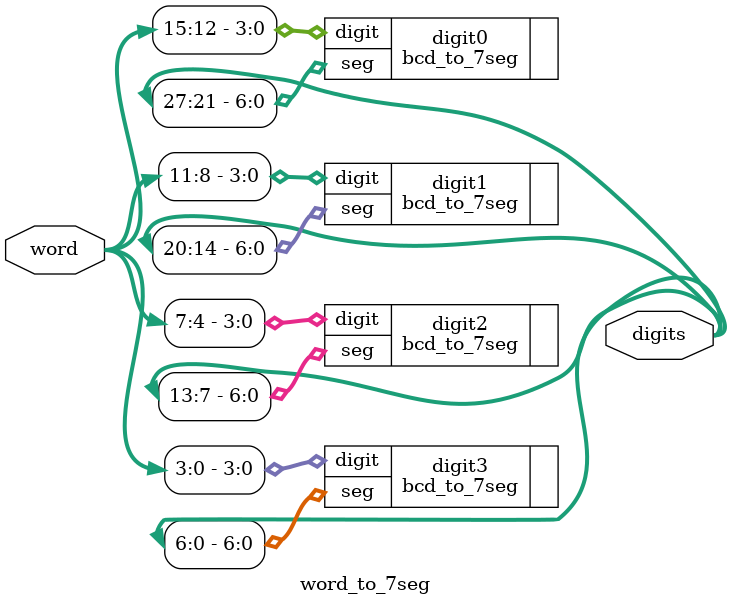
<source format=v>
module word_to_7seg(
 input [15:0]  word,
 output [27:0] digits
);
   bcd_to_7seg digit0 (.digit(word[15:12]), .seg(digits[27:21]));
   bcd_to_7seg digit1 (.digit(word[11:8]), .seg(digits[20:14]));
   bcd_to_7seg digit2 (.digit(word[7:4]), .seg(digits[13:7]));
   bcd_to_7seg digit3 (.digit(word[3:0]), .seg(digits[6:0]));
endmodule // word_to_7seg

</source>
